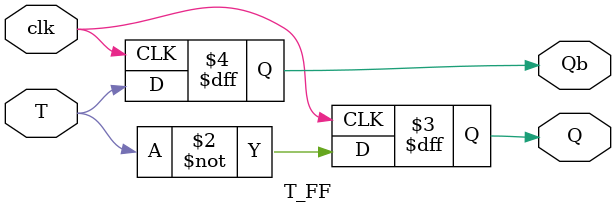
<source format=v>
`timescale 1ns / 1ps


module T_FF(T,clk,Q,Qb);
  input T,clk;
  output reg Q,Qb;
  
  always @(posedge clk)
  begin
    Q<=~T;
    Qb<=T;
  end
endmodule

</source>
